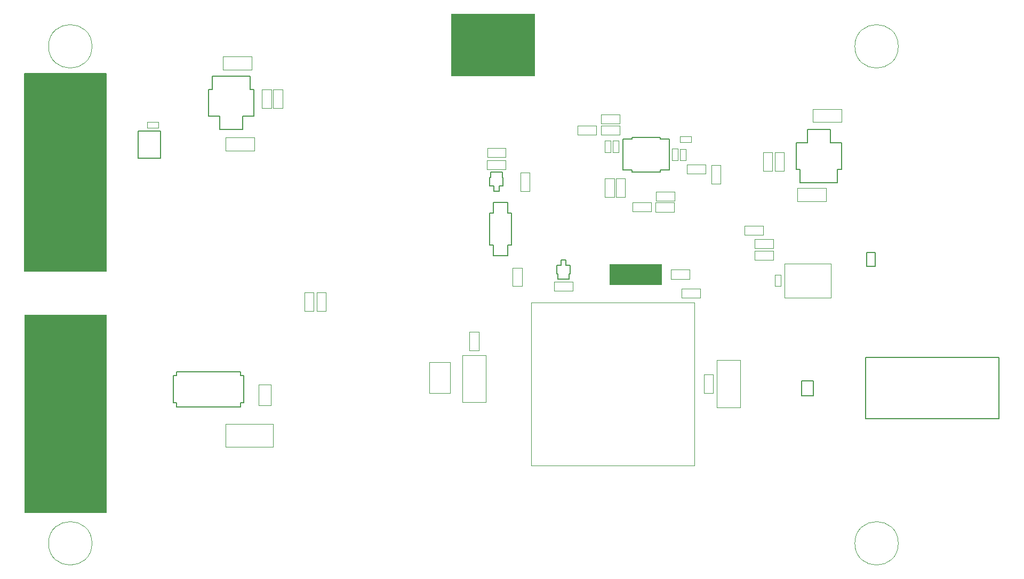
<source format=gbr>
%TF.GenerationSoftware,KiCad,Pcbnew,9.0.3*%
%TF.CreationDate,2025-09-16T13:04:12-04:00*%
%TF.ProjectId,CAEN_NEVIS_DAQ_12V,4341454e-5f4e-4455-9649-535f4441515f,rev?*%
%TF.SameCoordinates,Original*%
%TF.FileFunction,Other,User*%
%FSLAX46Y46*%
G04 Gerber Fmt 4.6, Leading zero omitted, Abs format (unit mm)*
G04 Created by KiCad (PCBNEW 9.0.3) date 2025-09-16 13:04:12*
%MOMM*%
%LPD*%
G01*
G04 APERTURE LIST*
%ADD10C,0.050000*%
%ADD11C,0.152400*%
%ADD12C,0.100000*%
%ADD13C,0.127000*%
G04 APERTURE END LIST*
D10*
%TO.C,R2*%
X142380000Y-89400000D02*
X143840000Y-89400000D01*
X142380000Y-92360000D02*
X142380000Y-89400000D01*
X143840000Y-89400000D02*
X143840000Y-92360000D01*
X143840000Y-92360000D02*
X142380000Y-92360000D01*
%TO.C,C14*%
X103630000Y-58460000D02*
X108230000Y-58460000D01*
X103630000Y-60560000D02*
X103630000Y-58460000D01*
X108230000Y-58460000D02*
X108230000Y-60560000D01*
X108230000Y-60560000D02*
X103630000Y-60560000D01*
D11*
%TO.C,U4*%
X194223200Y-59321800D02*
X196001200Y-59321800D01*
X194223200Y-63538200D02*
X194223200Y-59321800D01*
X194845500Y-63538200D02*
X194223200Y-63538200D01*
X194845500Y-65684500D02*
X194845500Y-63538200D01*
X196001200Y-57175500D02*
X199658800Y-57175500D01*
X196001200Y-59321800D02*
X196001200Y-57175500D01*
X199658800Y-57175500D02*
X199658800Y-59321800D01*
X199658800Y-59321800D02*
X201436800Y-59321800D01*
X200814500Y-63538200D02*
X200814500Y-65684500D01*
X200814500Y-65684500D02*
X194845500Y-65684500D01*
X201436800Y-59321800D02*
X201436800Y-63538200D01*
X201436800Y-63538200D02*
X200814500Y-63538200D01*
D10*
%TO.C,R23*%
X176910000Y-62780000D02*
X179870000Y-62780000D01*
X176910000Y-64240000D02*
X176910000Y-62780000D01*
X179870000Y-62780000D02*
X179870000Y-64240000D01*
X179870000Y-64240000D02*
X176910000Y-64240000D01*
%TO.C,R26*%
X168250000Y-68820000D02*
X171210000Y-68820000D01*
X168250000Y-70280000D02*
X168250000Y-68820000D01*
X171210000Y-68820000D02*
X171210000Y-70280000D01*
X171210000Y-70280000D02*
X168250000Y-70280000D01*
%TO.C,R8*%
X145180000Y-62110000D02*
X148140000Y-62110000D01*
X145180000Y-63570000D02*
X145180000Y-62110000D01*
X148140000Y-62110000D02*
X148140000Y-63570000D01*
X148140000Y-63570000D02*
X145180000Y-63570000D01*
%TO.C,C12*%
X103201000Y-45610000D02*
X107801000Y-45610000D01*
X103201000Y-47710000D02*
X103201000Y-45610000D01*
X107801000Y-45610000D02*
X107801000Y-47710000D01*
X107801000Y-47710000D02*
X103201000Y-47710000D01*
D12*
%TO.C,J1*%
X84700000Y-118110000D02*
X71780000Y-118110000D01*
X71780000Y-86710000D01*
X84700000Y-86710000D01*
X84700000Y-118110000D01*
G36*
X84700000Y-118110000D02*
G01*
X71780000Y-118110000D01*
X71780000Y-86710000D01*
X84700000Y-86710000D01*
X84700000Y-118110000D01*
G37*
D10*
%TO.C,C8*%
X141270000Y-93070000D02*
X144970000Y-93070000D01*
X141270000Y-100570000D02*
X141270000Y-93070000D01*
X144970000Y-93070000D02*
X144970000Y-100570000D01*
X144970000Y-100570000D02*
X141270000Y-100570000D01*
%TO.C,R9*%
X174350000Y-79510000D02*
X177310000Y-79510000D01*
X174350000Y-80970000D02*
X174350000Y-79510000D01*
X177310000Y-79510000D02*
X177310000Y-80970000D01*
X177310000Y-80970000D02*
X174350000Y-80970000D01*
%TO.C,R18*%
X163896200Y-65025000D02*
X165356200Y-65025000D01*
X163896200Y-67985000D02*
X163896200Y-65025000D01*
X165356200Y-65025000D02*
X165356200Y-67985000D01*
X165356200Y-67985000D02*
X163896200Y-67985000D01*
%TO.C,R15*%
X187660000Y-76490000D02*
X190620000Y-76490000D01*
X187660000Y-77950000D02*
X187660000Y-76490000D01*
X190620000Y-76490000D02*
X190620000Y-77950000D01*
X190620000Y-77950000D02*
X187660000Y-77950000D01*
%TO.C,C13*%
X111218500Y-50850000D02*
X112678500Y-50850000D01*
X111218500Y-53810000D02*
X111218500Y-50850000D01*
X112678500Y-50850000D02*
X112678500Y-53810000D01*
X112678500Y-53810000D02*
X111218500Y-53810000D01*
%TO.C,R21*%
X159556200Y-56575000D02*
X162516200Y-56575000D01*
X159556200Y-58035000D02*
X159556200Y-56575000D01*
X162516200Y-56575000D02*
X162516200Y-58035000D01*
X162516200Y-58035000D02*
X159556200Y-58035000D01*
%TO.C,C20*%
X187670000Y-74640000D02*
X190630000Y-74640000D01*
X187670000Y-76100000D02*
X187670000Y-74640000D01*
X190630000Y-74640000D02*
X190630000Y-76100000D01*
X190630000Y-76100000D02*
X187670000Y-76100000D01*
%TO.C,H4*%
X210450000Y-123000000D02*
G75*
G02*
X203550000Y-123000000I-3450000J0D01*
G01*
X203550000Y-123000000D02*
G75*
G02*
X210450000Y-123000000I3450000J0D01*
G01*
D12*
%TO.C,J10*%
X172840000Y-81810000D02*
X164620000Y-81810000D01*
X164620000Y-78670000D01*
X172840000Y-78670000D01*
X172840000Y-81810000D01*
G36*
X172840000Y-81810000D02*
G01*
X164620000Y-81810000D01*
X164620000Y-78670000D01*
X172840000Y-78670000D01*
X172840000Y-81810000D01*
G37*
D11*
%TO.C,U3*%
X89812000Y-57445600D02*
X93368000Y-57445600D01*
X89812000Y-61814400D02*
X89812000Y-57445600D01*
X93368000Y-57445600D02*
X93368000Y-61814400D01*
X93368000Y-61814400D02*
X89812000Y-61814400D01*
D10*
%TO.C,R16*%
X186070000Y-72550000D02*
X189030000Y-72550000D01*
X186070000Y-74010000D02*
X186070000Y-72550000D01*
X189030000Y-72550000D02*
X189030000Y-74010000D01*
X189030000Y-74010000D02*
X186070000Y-74010000D01*
D11*
%TO.C,F1*%
X95387400Y-96361000D02*
X95831900Y-96361000D01*
X95387400Y-100679000D02*
X95387400Y-96361000D01*
X95831900Y-95751400D02*
X106068100Y-95751400D01*
X95831900Y-96361000D02*
X95831900Y-95751400D01*
X95831900Y-100679000D02*
X95387400Y-100679000D01*
X95831900Y-101288600D02*
X95831900Y-100679000D01*
X106068100Y-95751400D02*
X106068100Y-96361000D01*
X106068100Y-96361000D02*
X106512600Y-96361000D01*
X106068100Y-100679000D02*
X106068100Y-101288600D01*
X106068100Y-101288600D02*
X95831900Y-101288600D01*
X106512600Y-96361000D02*
X106512600Y-100679000D01*
X106512600Y-100679000D02*
X106068100Y-100679000D01*
%TO.C,J4*%
X205229569Y-93407800D02*
X226444432Y-93407800D01*
X205229569Y-103212200D02*
X205229569Y-93407800D01*
X226444432Y-93407800D02*
X226444432Y-103212200D01*
X226444432Y-103212200D02*
X205229569Y-103212200D01*
D10*
%TO.C,H3*%
X82450000Y-123000000D02*
G75*
G02*
X75550000Y-123000000I-3450000J0D01*
G01*
X75550000Y-123000000D02*
G75*
G02*
X82450000Y-123000000I3450000J0D01*
G01*
%TO.C,C16*%
X194393900Y-66502500D02*
X198993900Y-66502500D01*
X194393900Y-68602500D02*
X194393900Y-66502500D01*
X198993900Y-66502500D02*
X198993900Y-68602500D01*
X198993900Y-68602500D02*
X194393900Y-68602500D01*
D11*
%TO.C,M2*%
X145606001Y-64851000D02*
X145756001Y-64851000D01*
X145606001Y-66159000D02*
X145606001Y-64851000D01*
X145606001Y-66159000D02*
X146256001Y-66159000D01*
X145756001Y-64851000D02*
X145756001Y-63995401D01*
X146256001Y-66159000D02*
X146256001Y-67014599D01*
X147064001Y-66159000D02*
X147064001Y-67014599D01*
X147064001Y-67014599D02*
X146256001Y-67014599D01*
X147564001Y-63995401D02*
X145756001Y-63995401D01*
X147564001Y-64851000D02*
X147564001Y-63995401D01*
X147714001Y-64851000D02*
X147564001Y-64851000D01*
X147714001Y-64851000D02*
X147714001Y-66159000D01*
X147714001Y-66159000D02*
X147064001Y-66159000D01*
D10*
%TO.C,R25*%
X171990000Y-67130000D02*
X174950000Y-67130000D01*
X171990000Y-68590000D02*
X171990000Y-67130000D01*
X174950000Y-67130000D02*
X174950000Y-68590000D01*
X174950000Y-68590000D02*
X171990000Y-68590000D01*
%TO.C,R30*%
X118110000Y-83080000D02*
X119570000Y-83080000D01*
X118110000Y-86040000D02*
X118110000Y-83080000D01*
X119570000Y-83080000D02*
X119570000Y-86040000D01*
X119570000Y-86040000D02*
X118110000Y-86040000D01*
%TO.C,C23*%
X163276200Y-54815000D02*
X166236200Y-54815000D01*
X163276200Y-56275000D02*
X163276200Y-54815000D01*
X166236200Y-54815000D02*
X166236200Y-56275000D01*
X166236200Y-56275000D02*
X163276200Y-56275000D01*
%TO.C,C18*%
X188971400Y-60837500D02*
X190431400Y-60837500D01*
X188971400Y-63797500D02*
X188971400Y-60837500D01*
X190431400Y-60837500D02*
X190431400Y-63797500D01*
X190431400Y-63797500D02*
X188971400Y-63797500D01*
%TO.C,R7*%
X145190000Y-60130000D02*
X148150000Y-60130000D01*
X145190000Y-61590000D02*
X145190000Y-60130000D01*
X148150000Y-60130000D02*
X148150000Y-61590000D01*
X148150000Y-61590000D02*
X145190000Y-61590000D01*
D11*
%TO.C,R14*%
X195132900Y-97148900D02*
X196987100Y-97148900D01*
X195132900Y-99511100D02*
X195132900Y-97148900D01*
X196987100Y-97148900D02*
X196987100Y-99511100D01*
X196987100Y-99511100D02*
X195132900Y-99511100D01*
D10*
%TO.C,C17*%
X196851400Y-53962500D02*
X201451400Y-53962500D01*
X196851400Y-56062500D02*
X196851400Y-53962500D01*
X201451400Y-53962500D02*
X201451400Y-56062500D01*
X201451400Y-56062500D02*
X196851400Y-56062500D01*
D11*
%TO.C,Q1*%
X145598200Y-70487300D02*
X146131600Y-70487300D01*
X145598200Y-75592700D02*
X145598200Y-70487300D01*
X146131600Y-68836300D02*
X146131600Y-70487300D01*
X146131600Y-68836300D02*
X148468400Y-68836300D01*
X146131600Y-75592700D02*
X145598200Y-75592700D01*
X146131600Y-77243700D02*
X146131600Y-75592700D01*
X148468400Y-68836300D02*
X148468400Y-70487300D01*
X148468400Y-70487300D02*
X149001800Y-70487300D01*
X148468400Y-77243700D02*
X146131600Y-77243700D01*
X148468400Y-77243700D02*
X148468400Y-75592700D01*
X149001800Y-70487300D02*
X149001800Y-75592700D01*
X149001800Y-75592700D02*
X148468400Y-75592700D01*
D10*
%TO.C,R1*%
X179570000Y-96150000D02*
X181030000Y-96150000D01*
X179570000Y-99110000D02*
X179570000Y-96150000D01*
X181030000Y-96150000D02*
X181030000Y-99110000D01*
X181030000Y-99110000D02*
X179570000Y-99110000D01*
%TO.C,C19*%
X190900000Y-80310000D02*
X191820000Y-80310000D01*
X190900000Y-82130000D02*
X190900000Y-80310000D01*
X191820000Y-80310000D02*
X191820000Y-82130000D01*
X191820000Y-82130000D02*
X190900000Y-82130000D01*
%TO.C,R10*%
X108920000Y-97740000D02*
X110820000Y-97740000D01*
X108920000Y-101100000D02*
X108920000Y-97740000D01*
X110820000Y-97740000D02*
X110820000Y-101100000D01*
X110820000Y-101100000D02*
X108920000Y-101100000D01*
D11*
%TO.C,U2*%
X100961700Y-50881800D02*
X101584000Y-50881800D01*
X100961700Y-55098200D02*
X100961700Y-50881800D01*
X101584000Y-48735500D02*
X107553000Y-48735500D01*
X101584000Y-50881800D02*
X101584000Y-48735500D01*
X102739700Y-55098200D02*
X100961700Y-55098200D01*
X102739700Y-57244500D02*
X102739700Y-55098200D01*
X106397300Y-55098200D02*
X106397300Y-57244500D01*
X106397300Y-57244500D02*
X102739700Y-57244500D01*
X107553000Y-48735500D02*
X107553000Y-50881800D01*
X107553000Y-50881800D02*
X108175300Y-50881800D01*
X108175300Y-50881800D02*
X108175300Y-55098200D01*
X108175300Y-55098200D02*
X106397300Y-55098200D01*
D10*
%TO.C,C21*%
X175790000Y-58350000D02*
X177610000Y-58350000D01*
X175790000Y-59270000D02*
X175790000Y-58350000D01*
X177610000Y-58350000D02*
X177610000Y-59270000D01*
X177610000Y-59270000D02*
X175790000Y-59270000D01*
%TO.C,C11*%
X176060000Y-82520000D02*
X179020000Y-82520000D01*
X176060000Y-83980000D02*
X176060000Y-82520000D01*
X179020000Y-82520000D02*
X179020000Y-83980000D01*
X179020000Y-83980000D02*
X176060000Y-83980000D01*
%TO.C,C24*%
X175770000Y-60310000D02*
X176690000Y-60310000D01*
X175770000Y-62130000D02*
X175770000Y-60310000D01*
X176690000Y-60310000D02*
X176690000Y-62130000D01*
X176690000Y-62130000D02*
X175770000Y-62130000D01*
%TO.C,U5*%
X192375000Y-83922500D02*
X192375000Y-78517500D01*
X199785000Y-78517500D02*
X192375000Y-78517500D01*
X199785000Y-83922500D02*
X192375000Y-83922500D01*
X199785000Y-83922500D02*
X199785000Y-78517500D01*
%TO.C,R19*%
X165616200Y-65025000D02*
X167076200Y-65025000D01*
X165616200Y-67985000D02*
X165616200Y-65025000D01*
X167076200Y-65025000D02*
X167076200Y-67985000D01*
X167076200Y-67985000D02*
X165616200Y-67985000D01*
%TO.C,C7*%
X181670000Y-93880000D02*
X185370000Y-93880000D01*
X181670000Y-101380000D02*
X181670000Y-93880000D01*
X185370000Y-93880000D02*
X185370000Y-101380000D01*
X185370000Y-101380000D02*
X181670000Y-101380000D01*
%TO.C,C25*%
X171940000Y-68840000D02*
X174900000Y-68840000D01*
X171940000Y-70300000D02*
X171940000Y-68840000D01*
X174900000Y-68840000D02*
X174900000Y-70300000D01*
X174900000Y-70300000D02*
X171940000Y-70300000D01*
%TO.C,R13*%
X190861400Y-60842500D02*
X192321400Y-60842500D01*
X190861400Y-63802500D02*
X190861400Y-60842500D01*
X192321400Y-60842500D02*
X192321400Y-63802500D01*
X192321400Y-63802500D02*
X190861400Y-63802500D01*
D11*
%TO.C,U6*%
X166697800Y-58766600D02*
X168158300Y-58766600D01*
X166697800Y-63643400D02*
X166697800Y-58766600D01*
X166697800Y-63643400D02*
X168158300Y-63643400D01*
X168158300Y-58449100D02*
X172654100Y-58449100D01*
X168158300Y-58766600D02*
X168158300Y-58449100D01*
X168158300Y-63960900D02*
X168158300Y-63643400D01*
X172654100Y-58449100D02*
X172654100Y-58766600D01*
X172654100Y-63643400D02*
X172654100Y-63960900D01*
X172654100Y-63960900D02*
X168158300Y-63960900D01*
X174114600Y-58766600D02*
X172654100Y-58766600D01*
X174114600Y-58766600D02*
X174114600Y-63643400D01*
X174114600Y-63643400D02*
X172654100Y-63643400D01*
%TO.C,M1*%
X156236000Y-78816000D02*
X156886000Y-78816000D01*
X156236000Y-80124000D02*
X156236000Y-78816000D01*
X156236000Y-80124000D02*
X156386000Y-80124000D01*
X156386000Y-80124000D02*
X156386000Y-80979599D01*
X156386000Y-80979599D02*
X158194000Y-80979599D01*
X156886000Y-77960401D02*
X157694000Y-77960401D01*
X156886000Y-78816000D02*
X156886000Y-77960401D01*
X157694000Y-78816000D02*
X157694000Y-77960401D01*
X158194000Y-80124000D02*
X158194000Y-80979599D01*
X158344000Y-78816000D02*
X157694000Y-78816000D01*
X158344000Y-78816000D02*
X158344000Y-80124000D01*
X158344000Y-80124000D02*
X158194000Y-80124000D01*
D10*
%TO.C,R6*%
X155809999Y-81405000D02*
X158769999Y-81405000D01*
X155809999Y-82865000D02*
X155809999Y-81405000D01*
X158769999Y-81405000D02*
X158769999Y-82865000D01*
X158769999Y-82865000D02*
X155809999Y-82865000D01*
%TO.C,U1*%
X152180000Y-84700000D02*
X178080000Y-84700000D01*
X152180000Y-110600000D02*
X152180000Y-84700000D01*
X178080000Y-84700000D02*
X178080000Y-110600000D01*
X178080000Y-110600000D02*
X152180000Y-110600000D01*
%TO.C,R4*%
X149250000Y-79180000D02*
X150710000Y-79180000D01*
X149250000Y-82140000D02*
X149250000Y-79180000D01*
X150710000Y-79180000D02*
X150710000Y-82140000D01*
X150710000Y-82140000D02*
X149250000Y-82140000D01*
%TO.C,C22*%
X163866200Y-58995000D02*
X164786200Y-58995000D01*
X163866200Y-60815000D02*
X163866200Y-58995000D01*
X164786200Y-58995000D02*
X164786200Y-60815000D01*
X164786200Y-60815000D02*
X163866200Y-60815000D01*
%TO.C,C10*%
X103657500Y-104010000D02*
X111157500Y-104010000D01*
X103657500Y-107710000D02*
X103657500Y-104010000D01*
X111157500Y-104010000D02*
X111157500Y-107710000D01*
X111157500Y-107710000D02*
X103657500Y-107710000D01*
%TO.C,H1*%
X82450000Y-44000000D02*
G75*
G02*
X75550000Y-44000000I-3450000J0D01*
G01*
X75550000Y-44000000D02*
G75*
G02*
X82450000Y-44000000I3450000J0D01*
G01*
%TO.C,R20*%
X163306200Y-56575000D02*
X166266200Y-56575000D01*
X163306200Y-58035000D02*
X163306200Y-56575000D01*
X166266200Y-56575000D02*
X166266200Y-58035000D01*
X166266200Y-58035000D02*
X163306200Y-58035000D01*
%TO.C,C26*%
X116200000Y-83130000D02*
X117660000Y-83130000D01*
X116200000Y-86090000D02*
X116200000Y-83130000D01*
X117660000Y-83130000D02*
X117660000Y-86090000D01*
X117660000Y-86090000D02*
X116200000Y-86090000D01*
%TO.C,H2*%
X210450000Y-44000000D02*
G75*
G02*
X203550000Y-44000000I-3450000J0D01*
G01*
X203550000Y-44000000D02*
G75*
G02*
X210450000Y-44000000I3450000J0D01*
G01*
%TO.C,R24*%
X174550000Y-60280000D02*
X175490000Y-60280000D01*
X174550000Y-62140000D02*
X174550000Y-60280000D01*
X175490000Y-60280000D02*
X175490000Y-62140000D01*
X175490000Y-62140000D02*
X174550000Y-62140000D01*
D13*
%TO.C,J2*%
X84700000Y-79700000D02*
X71780000Y-79700000D01*
X71780000Y-48300000D01*
X84700000Y-48300000D01*
X84700000Y-79700000D01*
G36*
X84700000Y-79700000D02*
G01*
X71780000Y-79700000D01*
X71780000Y-48300000D01*
X84700000Y-48300000D01*
X84700000Y-79700000D01*
G37*
D10*
%TO.C,R12*%
X109458500Y-50830000D02*
X110918500Y-50830000D01*
X109458500Y-53790000D02*
X109458500Y-50830000D01*
X110918500Y-50830000D02*
X110918500Y-53790000D01*
X110918500Y-53790000D02*
X109458500Y-53790000D01*
%TO.C,R17*%
X165126200Y-58995000D02*
X166066200Y-58995000D01*
X165126200Y-60855000D02*
X165126200Y-58995000D01*
X166066200Y-58995000D02*
X166066200Y-60855000D01*
X166066200Y-60855000D02*
X165126200Y-60855000D01*
%TO.C,C9*%
X135970000Y-94242500D02*
X139270000Y-94242500D01*
X135970000Y-99142500D02*
X135970000Y-94242500D01*
X139270000Y-94242500D02*
X139270000Y-99142500D01*
X139270000Y-99142500D02*
X135970000Y-99142500D01*
%TO.C,C15*%
X91205400Y-56036500D02*
X93025400Y-56036500D01*
X91205400Y-56956500D02*
X91205400Y-56036500D01*
X93025400Y-56036500D02*
X93025400Y-56956500D01*
X93025400Y-56956500D02*
X91205400Y-56956500D01*
D12*
%TO.C,J3*%
X152690000Y-48650000D02*
X139470000Y-48650000D01*
X139470000Y-38850000D01*
X152690000Y-38850000D01*
X152690000Y-48650000D01*
G36*
X152690000Y-48650000D02*
G01*
X139470000Y-48650000D01*
X139470000Y-38850000D01*
X152690000Y-38850000D01*
X152690000Y-48650000D01*
G37*
D11*
%TO.C,LED1*%
X205401500Y-76775100D02*
X205490400Y-76775100D01*
X205401500Y-78984900D02*
X205401500Y-76775100D01*
X205490400Y-76775100D02*
X205490400Y-76775100D01*
X205490400Y-76775100D02*
X206709600Y-76775100D01*
X205490400Y-78984900D02*
X205401500Y-78984900D01*
X205490400Y-78984900D02*
X205490400Y-78984900D01*
X206709600Y-76775100D02*
X206709600Y-76775100D01*
X206709600Y-76775100D02*
X206798500Y-76775100D01*
X206709600Y-78984900D02*
X205490400Y-78984900D01*
X206709600Y-78984900D02*
X206709600Y-78984900D01*
X206798500Y-76775100D02*
X206798500Y-78984900D01*
X206798500Y-78984900D02*
X206709600Y-78984900D01*
D10*
%TO.C,R22*%
X180760000Y-62890000D02*
X182220000Y-62890000D01*
X180760000Y-65850000D02*
X180760000Y-62890000D01*
X182220000Y-62890000D02*
X182220000Y-65850000D01*
X182220000Y-65850000D02*
X180760000Y-65850000D01*
%TO.C,R5*%
X150500000Y-64100000D02*
X151960000Y-64100000D01*
X150500000Y-67060000D02*
X150500000Y-64100000D01*
X151960000Y-64100000D02*
X151960000Y-67060000D01*
X151960000Y-67060000D02*
X150500000Y-67060000D01*
%TD*%
M02*

</source>
